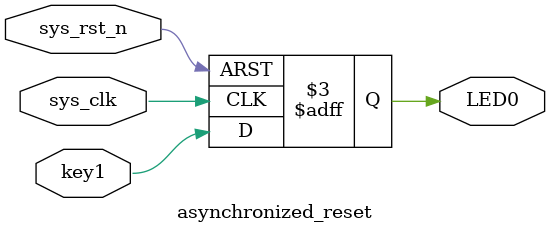
<source format=v>
module asynchronized_reset(
	input 	sys_clk,
	input 	sys_rst_n,
	input   key1,
	output reg  LED0
);

always @(posedge sys_clk or negedge sys_rst_n)begin
	if(!sys_rst_n)
		LED0 <= 1'b0;
	else 
		LED0 <= key1;
end 

endmodule 

</source>
